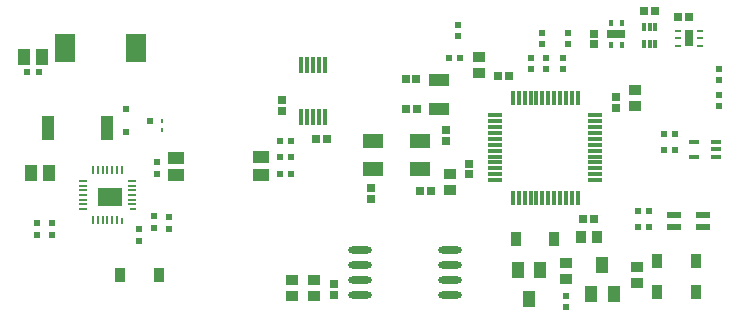
<source format=gbr>
%TF.GenerationSoftware,Altium Limited,Altium Designer,20.2.6 (244)*%
G04 Layer_Color=8421504*
%FSLAX45Y45*%
%MOMM*%
%TF.SameCoordinates,BE144905-350C-4E41-9AB6-63F68E724E9C*%
%TF.FilePolarity,Positive*%
%TF.FileFunction,Paste,Top*%
%TF.Part,Single*%
G01*
G75*
%TA.AperFunction,SMDPad,CuDef*%
%ADD10R,1.20000X0.30000*%
%ADD11R,0.30000X1.20000*%
%ADD12R,1.80000X1.00000*%
%ADD13R,0.91000X1.22000*%
%ADD14R,0.64000X0.64000*%
%ADD15R,1.00000X0.90000*%
%ADD16R,0.64000X0.64000*%
%ADD17R,0.55000X0.60000*%
%ADD18R,0.60000X0.55000*%
%ADD19R,0.35000X0.55000*%
%ADD20R,1.60000X0.70000*%
%ADD21R,0.35000X0.75000*%
%ADD22R,0.65000X1.35000*%
%ADD23R,0.50000X0.25000*%
%ADD24R,1.20000X0.60000*%
%ADD25R,0.90000X1.00000*%
%ADD26R,1.00000X1.40000*%
%ADD27R,1.40000X1.10000*%
%ADD28R,1.00000X2.00000*%
%ADD29R,0.50000X0.60000*%
%ADD30R,1.10000X1.40000*%
%ADD31R,0.60000X0.50000*%
%ADD32R,2.00000X1.50000*%
%ADD33R,0.50000X0.20000*%
%ADD34R,0.65000X0.20000*%
%ADD35R,0.20000X0.50000*%
%ADD36R,0.20000X0.65000*%
%ADD37R,0.25000X0.36000*%
%ADD38R,1.80000X2.40000*%
%ADD39R,1.80000X1.20000*%
%ADD40R,0.30000X1.45000*%
%ADD41R,0.85000X0.40000*%
%ADD42O,2.00000X0.60000*%
D10*
X4292475Y1845050D02*
D03*
Y1795050D02*
D03*
Y1745050D02*
D03*
Y1695050D02*
D03*
Y1645050D02*
D03*
Y1595050D02*
D03*
Y1545050D02*
D03*
Y1495050D02*
D03*
Y1445050D02*
D03*
Y1395050D02*
D03*
Y1345050D02*
D03*
Y1295050D02*
D03*
X5142475D02*
D03*
Y1345050D02*
D03*
Y1395050D02*
D03*
Y1445050D02*
D03*
Y1495050D02*
D03*
Y1545050D02*
D03*
Y1595050D02*
D03*
Y1645050D02*
D03*
Y1695050D02*
D03*
Y1745050D02*
D03*
Y1795050D02*
D03*
Y1845050D02*
D03*
D11*
X4442475Y1145050D02*
D03*
X4492475D02*
D03*
X4542475D02*
D03*
X4592475D02*
D03*
X4642475D02*
D03*
X4692475D02*
D03*
X4742475D02*
D03*
X4792475D02*
D03*
X4842475D02*
D03*
X4892475D02*
D03*
X4942475D02*
D03*
X4992475D02*
D03*
Y1995050D02*
D03*
X4942475D02*
D03*
X4892475D02*
D03*
X4842475D02*
D03*
X4792475D02*
D03*
X4742475D02*
D03*
X4692475D02*
D03*
X4642475D02*
D03*
X4592475D02*
D03*
X4542475D02*
D03*
X4492475D02*
D03*
X4442475D02*
D03*
D12*
X3820000Y1895725D02*
D03*
Y2145725D02*
D03*
D13*
X5666500Y350000D02*
D03*
X5993500D02*
D03*
X5666500Y610000D02*
D03*
X5993500D02*
D03*
X1116500Y490000D02*
D03*
X1443500D02*
D03*
X4793500Y800000D02*
D03*
X4466500D02*
D03*
D14*
X4070000Y1344000D02*
D03*
Y1436000D02*
D03*
X3240000Y1134000D02*
D03*
Y1226000D02*
D03*
X3880000Y1716000D02*
D03*
Y1624000D02*
D03*
X5128794Y2444000D02*
D03*
Y2536000D02*
D03*
X2930000Y324000D02*
D03*
Y416000D02*
D03*
X2487475Y1880000D02*
D03*
Y1972000D02*
D03*
X5320000Y1904000D02*
D03*
Y1996000D02*
D03*
D15*
X3910000Y1212500D02*
D03*
Y1347500D02*
D03*
X4157475Y2200076D02*
D03*
Y2335076D02*
D03*
X5477525Y2060000D02*
D03*
Y1925000D02*
D03*
X5489975Y422500D02*
D03*
Y557500D02*
D03*
X4890000Y462500D02*
D03*
Y597500D02*
D03*
X2760000Y312500D02*
D03*
Y447500D02*
D03*
X2574974Y312500D02*
D03*
Y447500D02*
D03*
D16*
X3660000Y1200000D02*
D03*
X3752000D02*
D03*
X3534000Y2150000D02*
D03*
X3626000D02*
D03*
X3536475Y1900000D02*
D03*
X3628475D02*
D03*
X5844000Y2675041D02*
D03*
X5936000D02*
D03*
X5130000Y967525D02*
D03*
X5038000D02*
D03*
X2866000Y1640000D02*
D03*
X2774000D02*
D03*
X5554000Y2730000D02*
D03*
X5646000D02*
D03*
X4407475Y2180051D02*
D03*
X4315475D02*
D03*
D17*
X3900000Y2330000D02*
D03*
X3995000D02*
D03*
X5815000Y1685025D02*
D03*
X5720000D02*
D03*
X5817500Y1550000D02*
D03*
X5722500D02*
D03*
X5500000Y1030000D02*
D03*
X5595000D02*
D03*
X5502500Y894975D02*
D03*
X5597500D02*
D03*
X2562525Y1625025D02*
D03*
X2467525D02*
D03*
X2562525Y1490000D02*
D03*
X2467525D02*
D03*
X2562525Y1350000D02*
D03*
X2467525D02*
D03*
D18*
X3980000Y2512500D02*
D03*
Y2607500D02*
D03*
X4687475Y2542576D02*
D03*
Y2447576D02*
D03*
X4592450Y2232551D02*
D03*
Y2327551D02*
D03*
X4727475Y2232551D02*
D03*
Y2327551D02*
D03*
X4867384Y2232551D02*
D03*
Y2327551D02*
D03*
X4907475Y2542577D02*
D03*
Y2447577D02*
D03*
X6190000Y2140000D02*
D03*
Y2235000D02*
D03*
X4890000Y315000D02*
D03*
Y220000D02*
D03*
X6190000Y2015000D02*
D03*
Y1920000D02*
D03*
D19*
X5270000Y2437500D02*
D03*
X5370000D02*
D03*
Y2622500D02*
D03*
X5270000D02*
D03*
D20*
X5320000Y2530000D02*
D03*
D21*
X5550000Y2450000D02*
D03*
X5600000D02*
D03*
X5650000D02*
D03*
Y2590000D02*
D03*
X5600000D02*
D03*
X5550000D02*
D03*
D22*
X5935001Y2495001D02*
D03*
D23*
X6030001Y2560001D02*
D03*
Y2495001D02*
D03*
Y2430001D02*
D03*
X5840001D02*
D03*
Y2495001D02*
D03*
Y2560001D02*
D03*
D24*
X5810000Y1000000D02*
D03*
Y900000D02*
D03*
X6050000D02*
D03*
Y1000000D02*
D03*
D25*
X5157500Y810000D02*
D03*
X5022500D02*
D03*
D26*
X5105000Y332500D02*
D03*
X5295000D02*
D03*
X5200000Y577500D02*
D03*
X4674974Y537500D02*
D03*
X4484975D02*
D03*
X4579974Y292500D02*
D03*
D27*
X2310000Y1340000D02*
D03*
Y1490000D02*
D03*
X1590025Y1335000D02*
D03*
Y1485000D02*
D03*
D28*
X1010000Y1740000D02*
D03*
X510000D02*
D03*
D29*
X430000Y2210000D02*
D03*
X330000D02*
D03*
D30*
X455000Y2340000D02*
D03*
X305000D02*
D03*
X515000Y1359975D02*
D03*
X365000D02*
D03*
D31*
X1280000Y780000D02*
D03*
Y880000D02*
D03*
X1405025Y990000D02*
D03*
Y890000D02*
D03*
X1530050Y980000D02*
D03*
Y880000D02*
D03*
X540000Y830000D02*
D03*
Y930000D02*
D03*
X410000Y830000D02*
D03*
Y930000D02*
D03*
X1430000Y1350000D02*
D03*
Y1450000D02*
D03*
X1370000Y1800000D02*
D03*
X1170000Y1705000D02*
D03*
Y1895000D02*
D03*
D32*
X1030000Y1150000D02*
D03*
D33*
X1227500Y1050000D02*
D03*
D34*
X1220000Y1290000D02*
D03*
Y1250000D02*
D03*
Y1210000D02*
D03*
Y1170000D02*
D03*
Y1130000D02*
D03*
Y1090000D02*
D03*
X800000Y1050000D02*
D03*
Y1090000D02*
D03*
Y1130000D02*
D03*
Y1170000D02*
D03*
Y1210000D02*
D03*
Y1250000D02*
D03*
Y1290000D02*
D03*
D35*
X1130000Y952500D02*
D03*
D36*
X1090000Y960000D02*
D03*
X1050000D02*
D03*
X1010000D02*
D03*
X970000D02*
D03*
X930000D02*
D03*
X890000D02*
D03*
Y1380000D02*
D03*
X930000D02*
D03*
X970000D02*
D03*
X1130000D02*
D03*
X1090000D02*
D03*
X1050000D02*
D03*
X1010000D02*
D03*
D37*
X1470000Y1800000D02*
D03*
Y1720000D02*
D03*
D38*
X1250000Y2410000D02*
D03*
X650000D02*
D03*
D39*
X3660000Y1630725D02*
D03*
X3260000Y1390725D02*
D03*
X3660000D02*
D03*
X3260000Y1630725D02*
D03*
D40*
X2650000Y2270001D02*
D03*
X2850000D02*
D03*
X2800000D02*
D03*
X2750000D02*
D03*
X2700000D02*
D03*
X2650000Y1830000D02*
D03*
X2700000D02*
D03*
X2750000D02*
D03*
X2800000D02*
D03*
X2850000D02*
D03*
D41*
X6165000Y1490000D02*
D03*
Y1555000D02*
D03*
Y1620000D02*
D03*
X5980000D02*
D03*
Y1490000D02*
D03*
D42*
X3910000Y319500D02*
D03*
X3150000Y700500D02*
D03*
Y319500D02*
D03*
Y573500D02*
D03*
Y446499D02*
D03*
X3910000Y573500D02*
D03*
Y700500D02*
D03*
Y446500D02*
D03*
%TF.MD5,9ddfed0cc631ec18ed73b89c96ab5ee1*%
M02*

</source>
